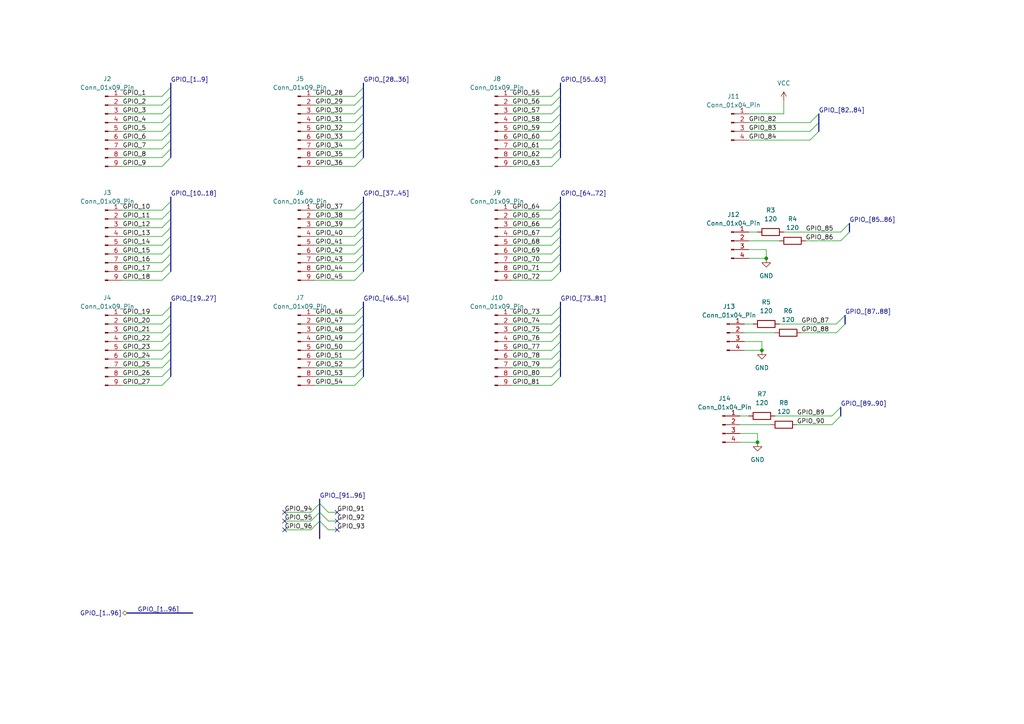
<source format=kicad_sch>
(kicad_sch (version 20231120) (generator "eeschema") (generator_version "8.0")
  (paper "A4")
  (lib_symbols
    (symbol "Connector:Conn_01x04_Pin" (pin_names (offset 1.016) hide)
      (property "Reference" "J" (at 0 5.08 0))
      (property "Value" "Conn_01x04_Pin" (at 0 -7.62 0))
      (symbol "Conn_01x04_Pin_1_1"
        (polyline (pts (xy 1.27 -5.08) (xy 0.8636 -5.08)) (stroke (width 0.1524)))
        (polyline (pts (xy 1.27 -2.54) (xy 0.8636 -2.54)) (stroke (width 0.1524)))
        (polyline (pts (xy 1.27 0) (xy 0.8636 0)) (stroke (width 0.1524)))
        (polyline (pts (xy 1.27 2.54) (xy 0.8636 2.54)) (stroke (width 0.1524)))
        (rectangle (start 0.8636 -4.953) (end 0 -5.207) (stroke (width 0.1524)) (fill (type outline)))
        (rectangle (start 0.8636 -2.413) (end 0 -2.667) (stroke (width 0.1524)) (fill (type outline)))
        (rectangle (start 0.8636 0.127) (end 0 -0.127) (stroke (width 0.1524)) (fill (type outline)))
        (rectangle (start 0.8636 2.667) (end 0 2.413) (stroke (width 0.1524)) (fill (type outline)))
        (pin passive line (at 5.08 2.54 180) (length 3.81) (name "Pin_1") (number "1"))
        (pin passive line (at 5.08 0 180) (length 3.81) (name "Pin_2") (number "2"))
        (pin passive line (at 5.08 -2.54 180) (length 3.81) (name "Pin_3") (number "3"))
        (pin passive line (at 5.08 -5.08 180) (length 3.81) (name "Pin_4") (number "4"))
      )
    )
    (symbol "Connector:Conn_01x09_Pin" (pin_names (offset 1.016) hide)
      (property "Reference" "J" (at 0 12.7 0))
      (property "Value" "Conn_01x09_Pin" (at 0 -12.7 0))
      (symbol "Conn_01x09_Pin_1_1"
        (polyline (pts (xy 1.27 -10.16) (xy 0.8636 -10.16)) (stroke (width 0.1524)))
        (polyline (pts (xy 1.27 -7.62) (xy 0.8636 -7.62)) (stroke (width 0.1524)))
        (polyline (pts (xy 1.27 -5.08) (xy 0.8636 -5.08)) (stroke (width 0.1524)))
        (polyline (pts (xy 1.27 -2.54) (xy 0.8636 -2.54)) (stroke (width 0.1524)))
        (polyline (pts (xy 1.27 0) (xy 0.8636 0)) (stroke (width 0.1524)))
        (polyline (pts (xy 1.27 2.54) (xy 0.8636 2.54)) (stroke (width 0.1524)))
        (polyline (pts (xy 1.27 5.08) (xy 0.8636 5.08)) (stroke (width 0.1524)))
        (polyline (pts (xy 1.27 7.62) (xy 0.8636 7.62)) (stroke (width 0.1524)))
        (polyline (pts (xy 1.27 10.16) (xy 0.8636 10.16)) (stroke (width 0.1524)))
        (rectangle (start 0.8636 -10.033) (end 0 -10.287) (stroke (width 0.1524)) (fill (type outline)))
        (rectangle (start 0.8636 -7.493) (end 0 -7.747) (stroke (width 0.1524)) (fill (type outline)))
        (rectangle (start 0.8636 -4.953) (end 0 -5.207) (stroke (width 0.1524)) (fill (type outline)))
        (rectangle (start 0.8636 -2.413) (end 0 -2.667) (stroke (width 0.1524)) (fill (type outline)))
        (rectangle (start 0.8636 0.127) (end 0 -0.127) (stroke (width 0.1524)) (fill (type outline)))
        (rectangle (start 0.8636 2.667) (end 0 2.413) (stroke (width 0.1524)) (fill (type outline)))
        (rectangle (start 0.8636 5.207) (end 0 4.953) (stroke (width 0.1524)) (fill (type outline)))
        (rectangle (start 0.8636 7.747) (end 0 7.493) (stroke (width 0.1524)) (fill (type outline)))
        (rectangle (start 0.8636 10.287) (end 0 10.033) (stroke (width 0.1524)) (fill (type outline)))
        (pin passive line (at 5.08 10.16 180) (length 3.81) (name "Pin_1") (number "1"))
        (pin passive line (at 5.08 7.62 180) (length 3.81) (name "Pin_2") (number "2"))
        (pin passive line (at 5.08 5.08 180) (length 3.81) (name "Pin_3") (number "3"))
        (pin passive line (at 5.08 2.54 180) (length 3.81) (name "Pin_4") (number "4"))
        (pin passive line (at 5.08 0 180) (length 3.81) (name "Pin_5") (number "5"))
        (pin passive line (at 5.08 -2.54 180) (length 3.81) (name "Pin_6") (number "6"))
        (pin passive line (at 5.08 -5.08 180) (length 3.81) (name "Pin_7") (number "7"))
        (pin passive line (at 5.08 -7.62 180) (length 3.81) (name "Pin_8") (number "8"))
        (pin passive line (at 5.08 -10.16 180) (length 3.81) (name "Pin_9") (number "9"))
      )
    )
    (symbol "Device:R" (pin_numbers hide) (pin_names (offset 0))
      (property "Reference" "R" (at 2.032 0 90))
      (property "Value" "R" (at 0 0 90))
      (symbol "R_0_1"
        (rectangle (start -1.016 -2.54) (end 1.016 2.54) (stroke (width 0.254)))
      )
      (symbol "R_1_1"
        (pin passive line (at 0 3.81 270) (length 1.27) (name "~") (number "1"))
        (pin passive line (at 0 -3.81 90) (length 1.27) (name "~") (number "2"))
      )
    )
    (symbol "power:GND" (power) (pin_numbers hide) (pin_names (offset 0) hide)
      (property "Value" "GND" (at 0 -3.81 0))
      (symbol "GND_0_1"
        (polyline (pts (xy 0 0) (xy 0 -1.27) (xy 1.27 -1.27) (xy 0 -2.54) (xy -1.27 -1.27) (xy 0 -1.27)))
      )
      (symbol "GND_1_1"
        (pin power_in line (at 0 0 270) (length 0) (name "~") (number "1"))
      )
    )
    (symbol "power:VCC" (power) (pin_numbers hide) (pin_names (offset 0) hide)
      (property "Value" "VCC" (at 0 3.556 0))
      (symbol "VCC_0_1"
        (polyline (pts (xy -0.762 1.27) (xy 0 2.54)))
        (polyline (pts (xy 0 0) (xy 0 2.54)))
        (polyline (pts (xy 0 2.54) (xy 0.762 1.27)))
      )
      (symbol "VCC_1_1"
        (pin power_in line (at 0 0 90) (length 0) (name "~") (number "1"))
      )
    )
  )
  (junction (at 220.98 101.6))
  (junction (at 222.25 74.93))
  (junction (at 219.71 128.27))
  (no_connect (at 97.79 153.67))
  (no_connect (at 82.55 153.67))
  (no_connect (at 97.79 151.13))
  (no_connect (at 82.55 151.13))
  (no_connect (at 97.79 148.59))
  (no_connect (at 82.55 148.59))
  (bus_entry (at 105.41 35.56) (size -2.54 2.54))
  (bus_entry (at 162.56 30.48) (size -2.54 2.54))
  (bus_entry (at 92.71 151.13) (size 2.54 2.54))
  (bus_entry (at 49.53 63.5) (size -2.54 2.54))
  (bus_entry (at 105.41 66.04) (size -2.54 2.54))
  (bus_entry (at 49.53 40.64) (size -2.54 2.54))
  (bus_entry (at 105.41 68.58) (size -2.54 2.54))
  (bus_entry (at 162.56 106.68) (size -2.54 2.54))
  (bus_entry (at 49.53 73.66) (size -2.54 2.54))
  (bus_entry (at 245.11 93.98) (size -2.54 2.54))
  (bus_entry (at 49.53 71.12) (size -2.54 2.54))
  (bus_entry (at 245.11 91.44) (size -2.54 2.54))
  (bus_entry (at 49.53 45.72) (size -2.54 2.54))
  (bus_entry (at 49.53 58.42) (size -2.54 2.54))
  (bus_entry (at 49.53 60.96) (size -2.54 2.54))
  (bus_entry (at 246.38 67.31) (size -2.54 2.54))
  (bus_entry (at 105.41 45.72) (size -2.54 2.54))
  (bus_entry (at 105.41 76.2) (size -2.54 2.54))
  (bus_entry (at 162.56 38.1) (size -2.54 2.54))
  (bus_entry (at 49.53 27.94) (size -2.54 2.54))
  (bus_entry (at 162.56 66.04) (size -2.54 2.54))
  (bus_entry (at 105.41 73.66) (size -2.54 2.54))
  (bus_entry (at 162.56 27.94) (size -2.54 2.54))
  (bus_entry (at 162.56 25.4) (size -2.54 2.54))
  (bus_entry (at 105.41 43.18) (size -2.54 2.54))
  (bus_entry (at 49.53 106.68) (size -2.54 2.54))
  (bus_entry (at 162.56 99.06) (size -2.54 2.54))
  (bus_entry (at 49.53 96.52) (size -2.54 2.54))
  (bus_entry (at 92.71 148.59) (size 2.54 2.54))
  (bus_entry (at 105.41 93.98) (size -2.54 2.54))
  (bus_entry (at 162.56 93.98) (size -2.54 2.54))
  (bus_entry (at 49.53 35.56) (size -2.54 2.54))
  (bus_entry (at 162.56 63.5) (size -2.54 2.54))
  (bus_entry (at 162.56 68.58) (size -2.54 2.54))
  (bus_entry (at 162.56 33.02) (size -2.54 2.54))
  (bus_entry (at 105.41 60.96) (size -2.54 2.54))
  (bus_entry (at 162.56 96.52) (size -2.54 2.54))
  (bus_entry (at 162.56 35.56) (size -2.54 2.54))
  (bus_entry (at 49.53 76.2) (size -2.54 2.54))
  (bus_entry (at 105.41 101.6) (size -2.54 2.54))
  (bus_entry (at 162.56 71.12) (size -2.54 2.54))
  (bus_entry (at 105.41 109.22) (size -2.54 2.54))
  (bus_entry (at 92.71 151.13) (size -2.54 2.54))
  (bus_entry (at 105.41 63.5) (size -2.54 2.54))
  (bus_entry (at 49.53 104.14) (size -2.54 2.54))
  (bus_entry (at 49.53 68.58) (size -2.54 2.54))
  (bus_entry (at 105.41 78.74) (size -2.54 2.54))
  (bus_entry (at 162.56 104.14) (size -2.54 2.54))
  (bus_entry (at 162.56 43.18) (size -2.54 2.54))
  (bus_entry (at 105.41 91.44) (size -2.54 2.54))
  (bus_entry (at 243.84 118.11) (size -2.54 2.54))
  (bus_entry (at 105.41 33.02) (size -2.54 2.54))
  (bus_entry (at 162.56 101.6) (size -2.54 2.54))
  (bus_entry (at 105.41 71.12) (size -2.54 2.54))
  (bus_entry (at 105.41 106.68) (size -2.54 2.54))
  (bus_entry (at 49.53 99.06) (size -2.54 2.54))
  (bus_entry (at 162.56 58.42) (size -2.54 2.54))
  (bus_entry (at 105.41 27.94) (size -2.54 2.54))
  (bus_entry (at 162.56 45.72) (size -2.54 2.54))
  (bus_entry (at 105.41 25.4) (size -2.54 2.54))
  (bus_entry (at 105.41 58.42) (size -2.54 2.54))
  (bus_entry (at 162.56 73.66) (size -2.54 2.54))
  (bus_entry (at 162.56 88.9) (size -2.54 2.54))
  (bus_entry (at 49.53 93.98) (size -2.54 2.54))
  (bus_entry (at 49.53 78.74) (size -2.54 2.54))
  (bus_entry (at 105.41 40.64) (size -2.54 2.54))
  (bus_entry (at 162.56 91.44) (size -2.54 2.54))
  (bus_entry (at 49.53 109.22) (size -2.54 2.54))
  (bus_entry (at 49.53 30.48) (size -2.54 2.54))
  (bus_entry (at 92.71 146.05) (size 2.54 2.54))
  (bus_entry (at 237.49 33.02) (size -2.54 2.54))
  (bus_entry (at 162.56 76.2) (size -2.54 2.54))
  (bus_entry (at 105.41 96.52) (size -2.54 2.54))
  (bus_entry (at 162.56 109.22) (size -2.54 2.54))
  (bus_entry (at 92.71 146.05) (size -2.54 2.54))
  (bus_entry (at 237.49 38.1) (size -2.54 2.54))
  (bus_entry (at 105.41 30.48) (size -2.54 2.54))
  (bus_entry (at 237.49 35.56) (size -2.54 2.54))
  (bus_entry (at 105.41 99.06) (size -2.54 2.54))
  (bus_entry (at 49.53 91.44) (size -2.54 2.54))
  (bus_entry (at 49.53 43.18) (size -2.54 2.54))
  (bus_entry (at 49.53 33.02) (size -2.54 2.54))
  (bus_entry (at 243.84 120.65) (size -2.54 2.54))
  (bus_entry (at 162.56 78.74) (size -2.54 2.54))
  (bus_entry (at 162.56 60.96) (size -2.54 2.54))
  (bus_entry (at 105.41 38.1) (size -2.54 2.54))
  (bus_entry (at 49.53 66.04) (size -2.54 2.54))
  (bus_entry (at 162.56 40.64) (size -2.54 2.54))
  (bus_entry (at 49.53 101.6) (size -2.54 2.54))
  (bus_entry (at 105.41 88.9) (size -2.54 2.54))
  (bus_entry (at 246.38 64.77) (size -2.54 2.54))
  (bus_entry (at 92.71 148.59) (size -2.54 2.54))
  (bus_entry (at 49.53 88.9) (size -2.54 2.54))
  (bus_entry (at 105.41 104.14) (size -2.54 2.54))
  (bus_entry (at 49.53 25.4) (size -2.54 2.54))
  (bus_entry (at 49.53 38.1) (size -2.54 2.54))
  (wire (pts (xy 91.44 38.1) (xy 102.87 38.1)))
  (bus (pts (xy 105.41 60.96) (xy 105.41 63.5)))
  (bus (pts (xy 49.53 58.42) (xy 49.53 60.96)))
  (bus (pts (xy 105.41 63.5) (xy 105.41 66.04)))
  (wire (pts (xy 220.98 101.6) (xy 220.98 99.06)))
  (bus (pts (xy 162.56 71.12) (xy 162.56 73.66)))
  (bus (pts (xy 162.56 76.2) (xy 162.56 78.74)))
  (bus (pts (xy 49.53 73.66) (xy 49.53 76.2)))
  (bus (pts (xy 162.56 88.9) (xy 162.56 91.44)))
  (wire (pts (xy 91.44 93.98) (xy 102.87 93.98)))
  (wire (pts (xy 35.56 45.72) (xy 46.99 45.72)))
  (wire (pts (xy 91.44 76.2) (xy 102.87 76.2)))
  (bus (pts (xy 162.56 27.94) (xy 162.56 30.48)))
  (bus (pts (xy 162.56 43.18) (xy 162.56 45.72)))
  (wire (pts (xy 35.56 63.5) (xy 46.99 63.5)))
  (wire (pts (xy 35.56 40.64) (xy 46.99 40.64)))
  (bus (pts (xy 105.41 71.12) (xy 105.41 73.66)))
  (wire (pts (xy 148.59 106.68) (xy 160.02 106.68)))
  (bus (pts (xy 105.41 68.58) (xy 105.41 71.12)))
  (wire (pts (xy 91.44 35.56) (xy 102.87 35.56)))
  (bus (pts (xy 237.49 35.56) (xy 237.49 38.1)))
  (bus (pts (xy 49.53 106.68) (xy 49.53 109.22)))
  (wire (pts (xy 217.17 67.31) (xy 219.71 67.31)))
  (wire (pts (xy 95.25 153.67) (xy 97.79 153.67)))
  (wire (pts (xy 91.44 30.48) (xy 102.87 30.48)))
  (wire (pts (xy 148.59 27.94) (xy 160.02 27.94)))
  (wire (pts (xy 148.59 96.52) (xy 160.02 96.52)))
  (wire (pts (xy 148.59 76.2) (xy 160.02 76.2)))
  (bus (pts (xy 49.53 91.44) (xy 49.53 93.98)))
  (bus (pts (xy 162.56 57.15) (xy 162.56 58.42)))
  (bus (pts (xy 49.53 66.04) (xy 49.53 68.58)))
  (wire (pts (xy 148.59 68.58) (xy 160.02 68.58)))
  (bus (pts (xy 105.41 99.06) (xy 105.41 101.6)))
  (bus (pts (xy 162.56 60.96) (xy 162.56 63.5)))
  (wire (pts (xy 91.44 96.52) (xy 102.87 96.52)))
  (bus (pts (xy 49.53 101.6) (xy 49.53 104.14)))
  (wire (pts (xy 91.44 111.76) (xy 102.87 111.76)))
  (wire (pts (xy 214.63 123.19) (xy 223.52 123.19)))
  (bus (pts (xy 162.56 40.64) (xy 162.56 43.18)))
  (bus (pts (xy 49.53 27.94) (xy 49.53 30.48)))
  (wire (pts (xy 91.44 48.26) (xy 102.87 48.26)))
  (wire (pts (xy 217.17 74.93) (xy 222.25 74.93)))
  (wire (pts (xy 148.59 81.28) (xy 160.02 81.28)))
  (bus (pts (xy 243.84 118.11) (xy 243.84 120.65)))
  (wire (pts (xy 82.55 148.59) (xy 90.17 148.59)))
  (bus (pts (xy 105.41 27.94) (xy 105.41 30.48)))
  (wire (pts (xy 82.55 151.13) (xy 90.17 151.13)))
  (bus (pts (xy 105.41 91.44) (xy 105.41 93.98)))
  (wire (pts (xy 35.56 73.66) (xy 46.99 73.66)))
  (bus (pts (xy 49.53 30.48) (xy 49.53 33.02)))
  (bus (pts (xy 162.56 106.68) (xy 162.56 109.22)))
  (wire (pts (xy 91.44 27.94) (xy 102.87 27.94)))
  (bus (pts (xy 49.53 76.2) (xy 49.53 78.74)))
  (wire (pts (xy 224.79 120.65) (xy 241.3 120.65)))
  (bus (pts (xy 105.41 87.63) (xy 105.41 88.9)))
  (bus (pts (xy 36.83 177.8) (xy 55.88 177.8)))
  (wire (pts (xy 35.56 109.22) (xy 46.99 109.22)))
  (wire (pts (xy 219.71 128.27) (xy 219.71 125.73)))
  (wire (pts (xy 148.59 66.04) (xy 160.02 66.04)))
  (bus (pts (xy 105.41 73.66) (xy 105.41 76.2)))
  (wire (pts (xy 220.98 99.06) (xy 215.9 99.06)))
  (bus (pts (xy 105.41 38.1) (xy 105.41 40.64)))
  (bus (pts (xy 49.53 68.58) (xy 49.53 71.12)))
  (bus (pts (xy 162.56 33.02) (xy 162.56 35.56)))
  (wire (pts (xy 148.59 73.66) (xy 160.02 73.66)))
  (wire (pts (xy 148.59 45.72) (xy 160.02 45.72)))
  (wire (pts (xy 148.59 33.02) (xy 160.02 33.02)))
  (wire (pts (xy 35.56 99.06) (xy 46.99 99.06)))
  (bus (pts (xy 49.53 99.06) (xy 49.53 101.6)))
  (bus (pts (xy 49.53 96.52) (xy 49.53 99.06)))
  (bus (pts (xy 49.53 43.18) (xy 49.53 45.72)))
  (wire (pts (xy 35.56 76.2) (xy 46.99 76.2)))
  (wire (pts (xy 148.59 48.26) (xy 160.02 48.26)))
  (wire (pts (xy 35.56 27.94) (xy 46.99 27.94)))
  (bus (pts (xy 105.41 66.04) (xy 105.41 68.58)))
  (bus (pts (xy 105.41 58.42) (xy 105.41 60.96)))
  (wire (pts (xy 95.25 148.59) (xy 97.79 148.59)))
  (bus (pts (xy 237.49 33.02) (xy 237.49 35.56)))
  (bus (pts (xy 162.56 58.42) (xy 162.56 60.96)))
  (bus (pts (xy 162.56 38.1) (xy 162.56 40.64)))
  (wire (pts (xy 148.59 93.98) (xy 160.02 93.98)))
  (bus (pts (xy 92.71 151.13) (xy 92.71 156.21)))
  (bus (pts (xy 162.56 73.66) (xy 162.56 76.2)))
  (wire (pts (xy 148.59 43.18) (xy 160.02 43.18)))
  (wire (pts (xy 35.56 111.76) (xy 46.99 111.76)))
  (wire (pts (xy 148.59 71.12) (xy 160.02 71.12)))
  (wire (pts (xy 148.59 63.5) (xy 160.02 63.5)))
  (bus (pts (xy 105.41 30.48) (xy 105.41 33.02)))
  (bus (pts (xy 49.53 33.02) (xy 49.53 35.56)))
  (wire (pts (xy 35.56 78.74) (xy 46.99 78.74)))
  (wire (pts (xy 35.56 68.58) (xy 46.99 68.58)))
  (bus (pts (xy 49.53 104.14) (xy 49.53 106.68)))
  (bus (pts (xy 162.56 91.44) (xy 162.56 93.98)))
  (wire (pts (xy 148.59 111.76) (xy 160.02 111.76)))
  (bus (pts (xy 105.41 88.9) (xy 105.41 91.44)))
  (bus (pts (xy 246.38 64.77) (xy 246.38 67.31)))
  (wire (pts (xy 35.56 106.68) (xy 46.99 106.68)))
  (bus (pts (xy 49.53 25.4) (xy 49.53 27.94)))
  (wire (pts (xy 91.44 68.58) (xy 102.87 68.58)))
  (wire (pts (xy 215.9 96.52) (xy 224.79 96.52)))
  (wire (pts (xy 215.9 101.6) (xy 220.98 101.6)))
  (wire (pts (xy 148.59 104.14) (xy 160.02 104.14)))
  (bus (pts (xy 162.56 87.63) (xy 162.56 88.9)))
  (bus (pts (xy 49.53 87.63) (xy 49.53 88.9)))
  (bus (pts (xy 49.53 63.5) (xy 49.53 66.04)))
  (wire (pts (xy 148.59 40.64) (xy 160.02 40.64)))
  (bus (pts (xy 245.11 91.44) (xy 245.11 93.98)))
  (wire (pts (xy 35.56 33.02) (xy 46.99 33.02)))
  (wire (pts (xy 215.9 93.98) (xy 218.44 93.98)))
  (bus (pts (xy 162.56 25.4) (xy 162.56 27.94)))
  (wire (pts (xy 35.56 35.56) (xy 46.99 35.56)))
  (wire (pts (xy 214.63 120.65) (xy 217.17 120.65)))
  (bus (pts (xy 105.41 76.2) (xy 105.41 78.74)))
  (wire (pts (xy 227.33 33.02) (xy 217.17 33.02)))
  (wire (pts (xy 148.59 30.48) (xy 160.02 30.48)))
  (wire (pts (xy 91.44 106.68) (xy 102.87 106.68)))
  (wire (pts (xy 35.56 101.6) (xy 46.99 101.6)))
  (bus (pts (xy 105.41 106.68) (xy 105.41 109.22)))
  (bus (pts (xy 49.53 88.9) (xy 49.53 91.44)))
  (bus (pts (xy 105.41 57.15) (xy 105.41 58.42)))
  (wire (pts (xy 148.59 101.6) (xy 160.02 101.6)))
  (wire (pts (xy 35.56 43.18) (xy 46.99 43.18)))
  (wire (pts (xy 91.44 66.04) (xy 102.87 66.04)))
  (bus (pts (xy 162.56 96.52) (xy 162.56 99.06)))
  (bus (pts (xy 49.53 35.56) (xy 49.53 38.1)))
  (wire (pts (xy 35.56 91.44) (xy 46.99 91.44)))
  (wire (pts (xy 148.59 109.22) (xy 160.02 109.22)))
  (bus (pts (xy 105.41 24.13) (xy 105.41 25.4)))
  (bus (pts (xy 162.56 101.6) (xy 162.56 104.14)))
  (wire (pts (xy 91.44 71.12) (xy 102.87 71.12)))
  (wire (pts (xy 219.71 125.73) (xy 214.63 125.73)))
  (bus (pts (xy 105.41 25.4) (xy 105.41 27.94)))
  (bus (pts (xy 49.53 93.98) (xy 49.53 96.52)))
  (wire (pts (xy 148.59 38.1) (xy 160.02 38.1)))
  (wire (pts (xy 91.44 81.28) (xy 102.87 81.28)))
  (wire (pts (xy 91.44 45.72) (xy 102.87 45.72)))
  (wire (pts (xy 35.56 66.04) (xy 46.99 66.04)))
  (wire (pts (xy 217.17 69.85) (xy 226.06 69.85)))
  (bus (pts (xy 49.53 24.13) (xy 49.53 25.4)))
  (wire (pts (xy 91.44 43.18) (xy 102.87 43.18)))
  (wire (pts (xy 148.59 91.44) (xy 160.02 91.44)))
  (wire (pts (xy 35.56 30.48) (xy 46.99 30.48)))
  (bus (pts (xy 92.71 146.05) (xy 92.71 148.59)))
  (wire (pts (xy 231.14 123.19) (xy 241.3 123.19)))
  (wire (pts (xy 95.25 151.13) (xy 97.79 151.13)))
  (wire (pts (xy 217.17 38.1) (xy 234.95 38.1)))
  (wire (pts (xy 233.68 69.85) (xy 243.84 69.85)))
  (wire (pts (xy 232.41 96.52) (xy 242.57 96.52)))
  (wire (pts (xy 91.44 73.66) (xy 102.87 73.66)))
  (bus (pts (xy 162.56 93.98) (xy 162.56 96.52)))
  (bus (pts (xy 105.41 104.14) (xy 105.41 106.68)))
  (wire (pts (xy 91.44 63.5) (xy 102.87 63.5)))
  (bus (pts (xy 105.41 33.02) (xy 105.41 35.56)))
  (wire (pts (xy 91.44 40.64) (xy 102.87 40.64)))
  (wire (pts (xy 222.25 72.39) (xy 217.17 72.39)))
  (wire (pts (xy 222.25 74.93) (xy 222.25 72.39)))
  (wire (pts (xy 148.59 60.96) (xy 160.02 60.96)))
  (bus (pts (xy 162.56 66.04) (xy 162.56 68.58)))
  (wire (pts (xy 217.17 40.64) (xy 234.95 40.64)))
  (bus (pts (xy 162.56 99.06) (xy 162.56 101.6)))
  (wire (pts (xy 227.33 67.31) (xy 243.84 67.31)))
  (wire (pts (xy 91.44 91.44) (xy 102.87 91.44)))
  (wire (pts (xy 91.44 101.6) (xy 102.87 101.6)))
  (wire (pts (xy 91.44 104.14) (xy 102.87 104.14)))
  (bus (pts (xy 162.56 35.56) (xy 162.56 38.1)))
  (wire (pts (xy 35.56 96.52) (xy 46.99 96.52)))
  (wire (pts (xy 35.56 38.1) (xy 46.99 38.1)))
  (bus (pts (xy 162.56 30.48) (xy 162.56 33.02)))
  (bus (pts (xy 105.41 96.52) (xy 105.41 99.06)))
  (bus (pts (xy 49.53 60.96) (xy 49.53 63.5)))
  (wire (pts (xy 35.56 104.14) (xy 46.99 104.14)))
  (wire (pts (xy 35.56 60.96) (xy 46.99 60.96)))
  (bus (pts (xy 162.56 63.5) (xy 162.56 66.04)))
  (bus (pts (xy 105.41 35.56) (xy 105.41 38.1)))
  (wire (pts (xy 91.44 99.06) (xy 102.87 99.06)))
  (bus (pts (xy 162.56 24.13) (xy 162.56 25.4)))
  (wire (pts (xy 91.44 109.22) (xy 102.87 109.22)))
  (bus (pts (xy 162.56 104.14) (xy 162.56 106.68)))
  (bus (pts (xy 162.56 68.58) (xy 162.56 71.12)))
  (bus (pts (xy 105.41 43.18) (xy 105.41 45.72)))
  (wire (pts (xy 35.56 93.98) (xy 46.99 93.98)))
  (bus (pts (xy 92.71 144.78) (xy 92.71 146.05)))
  (bus (pts (xy 49.53 40.64) (xy 49.53 43.18)))
  (bus (pts (xy 92.71 148.59) (xy 92.71 151.13)))
  (wire (pts (xy 217.17 35.56) (xy 234.95 35.56)))
  (bus (pts (xy 105.41 101.6) (xy 105.41 104.14)))
  (wire (pts (xy 91.44 78.74) (xy 102.87 78.74)))
  (bus (pts (xy 105.41 93.98) (xy 105.41 96.52)))
  (wire (pts (xy 35.56 81.28) (xy 46.99 81.28)))
  (bus (pts (xy 49.53 38.1) (xy 49.53 40.64)))
  (wire (pts (xy 148.59 78.74) (xy 160.02 78.74)))
  (bus (pts (xy 105.41 40.64) (xy 105.41 43.18)))
  (wire (pts (xy 91.44 33.02) (xy 102.87 33.02)))
  (wire (pts (xy 227.33 29.21) (xy 227.33 33.02)))
  (wire (pts (xy 214.63 128.27) (xy 219.71 128.27)))
  (wire (pts (xy 148.59 35.56) (xy 160.02 35.56)))
  (wire (pts (xy 82.55 153.67) (xy 90.17 153.67)))
  (wire (pts (xy 35.56 48.26) (xy 46.99 48.26)))
  (wire (pts (xy 91.44 60.96) (xy 102.87 60.96)))
  (bus (pts (xy 49.53 71.12) (xy 49.53 73.66)))
  (wire (pts (xy 35.56 71.12) (xy 46.99 71.12)))
  (bus (pts (xy 49.53 57.15) (xy 49.53 58.42)))
  (wire (pts (xy 226.06 93.98) (xy 242.57 93.98)))
  (wire (pts (xy 148.59 99.06) (xy 160.02 99.06)))
  (label "GPIO_15" (at 35.56 73.66 0))
  (label "GPIO_16" (at 35.56 76.2 0))
  (label "GPIO_8" (at 35.56 45.72 0))
  (label "GPIO_87" (at 232.41 93.98 0))
  (label "GPIO_78" (at 148.59 104.14 0))
  (label "GPIO_[10..18]" (at 49.53 57.15 0))
  (label "GPIO_17" (at 35.56 78.74 0))
  (label "GPIO_28" (at 91.44 27.94 0))
  (label "GPIO_4" (at 35.56 35.56 0))
  (label "GPIO_52" (at 91.44 106.68 0))
  (label "GPIO_[64..72]" (at 162.56 57.15 0))
  (label "GPIO_40" (at 91.44 68.58 0))
  (label "GPIO_88" (at 232.41 96.52 0))
  (label "GPIO_13" (at 35.56 68.58 0))
  (label "GPIO_20" (at 35.56 93.98 0))
  (label "GPIO_43" (at 91.44 76.2 0))
  (label "GPIO_61" (at 148.59 43.18 0))
  (label "GPIO_34" (at 91.44 43.18 0))
  (label "GPIO_83" (at 217.17 38.1 0))
  (label "GPIO_[85..86]" (at 246.38 64.77 0))
  (label "GPIO_18" (at 35.56 81.28 0))
  (label "GPIO_48" (at 91.44 96.52 0))
  (label "GPIO_[91..96]" (at 92.71 144.78 0))
  (label "GPIO_29" (at 91.44 30.48 0))
  (label "GPIO_[89..90]" (at 243.84 118.11 0))
  (label "GPIO_47" (at 91.44 93.98 0))
  (label "GPIO_91" (at 97.79 148.59 0))
  (label "GPIO_33" (at 91.44 40.64 0))
  (label "GPIO_[28..36]" (at 105.41 24.13 0))
  (label "GPIO_67" (at 148.59 68.58 0))
  (label "GPIO_[55..63]" (at 162.56 24.13 0))
  (label "GPIO_35" (at 91.44 45.72 0))
  (label "GPIO_10" (at 35.56 60.96 0))
  (label "GPIO_57" (at 148.59 33.02 0))
  (label "GPIO_12" (at 35.56 66.04 0))
  (label "GPIO_[73..81]" (at 162.56 87.63 0))
  (label "GPIO_93" (at 97.79 153.67 0))
  (label "GPIO_25" (at 35.56 106.68 0))
  (label "GPIO_[82..84]" (at 237.49 33.02 0))
  (label "GPIO_74" (at 148.59 93.98 0))
  (label "GPIO_86" (at 233.68 69.85 0))
  (label "GPIO_55" (at 148.59 27.94 0))
  (label "GPIO_94" (at 82.55 148.59 0))
  (label "GPIO_39" (at 91.44 66.04 0))
  (label "GPIO_77" (at 148.59 101.6 0))
  (label "GPIO_[37..45]" (at 105.41 57.15 0))
  (label "GPIO_66" (at 148.59 66.04 0))
  (label "GPIO_82" (at 217.17 35.56 0))
  (label "GPIO_60" (at 148.59 40.64 0))
  (label "GPIO_9" (at 35.56 48.26 0))
  (label "GPIO_45" (at 91.44 81.28 0))
  (label "GPIO_96" (at 82.55 153.67 0))
  (label "GPIO_65" (at 148.59 63.5 0))
  (label "GPIO_70" (at 148.59 76.2 0))
  (label "GPIO_[1..96]" (at 52.07 177.8 180))
  (label "GPIO_[1..9]" (at 49.53 24.13 0))
  (label "GPIO_41" (at 91.44 71.12 0))
  (label "GPIO_50" (at 91.44 101.6 0))
  (label "GPIO_42" (at 91.44 73.66 0))
  (label "GPIO_23" (at 35.56 101.6 0))
  (label "GPIO_53" (at 91.44 109.22 0))
  (label "GPIO_68" (at 148.59 71.12 0))
  (label "GPIO_24" (at 35.56 104.14 0))
  (label "GPIO_44" (at 91.44 78.74 0))
  (label "GPIO_92" (at 97.79 151.13 0))
  (label "GPIO_[46..54]" (at 105.41 87.63 0))
  (label "GPIO_64" (at 148.59 60.96 0))
  (label "GPIO_59" (at 148.59 38.1 0))
  (label "GPIO_79" (at 148.59 106.68 0))
  (label "GPIO_2" (at 35.56 30.48 0))
  (label "GPIO_32" (at 91.44 38.1 0))
  (label "GPIO_76" (at 148.59 99.06 0))
  (label "GPIO_62" (at 148.59 45.72 0))
  (label "GPIO_[19..27]" (at 49.53 87.63 0))
  (label "GPIO_69" (at 148.59 73.66 0))
  (label "GPIO_3" (at 35.56 33.02 0))
  (label "GPIO_75" (at 148.59 96.52 0))
  (label "GPIO_63" (at 148.59 48.26 0))
  (label "GPIO_31" (at 91.44 35.56 0))
  (label "GPIO_7" (at 35.56 43.18 0))
  (label "GPIO_56" (at 148.59 30.48 0))
  (label "GPIO_5" (at 35.56 38.1 0))
  (label "GPIO_51" (at 91.44 104.14 0))
  (label "GPIO_58" (at 148.59 35.56 0))
  (label "GPIO_11" (at 35.56 63.5 0))
  (label "GPIO_26" (at 35.56 109.22 0))
  (label "GPIO_27" (at 35.56 111.76 0))
  (label "GPIO_46" (at 91.44 91.44 0))
  (label "GPIO_84" (at 217.17 40.64 0))
  (label "GPIO_36" (at 91.44 48.26 0))
  (label "GPIO_71" (at 148.59 78.74 0))
  (label "GPIO_14" (at 35.56 71.12 0))
  (label "GPIO_54" (at 91.44 111.76 0))
  (label "GPIO_6" (at 35.56 40.64 0))
  (label "GPIO_38" (at 91.44 63.5 0))
  (label "GPIO_37" (at 91.44 60.96 0))
  (label "GPIO_30" (at 91.44 33.02 0))
  (label "GPIO_22" (at 35.56 99.06 0))
  (label "GPIO_1" (at 35.56 27.94 0))
  (label "GPIO_90" (at 231.14 123.19 0))
  (label "GPIO_[87..88]" (at 245.11 91.44 0))
  (label "GPIO_81" (at 148.59 111.76 0))
  (label "GPIO_85" (at 233.68 67.31 0))
  (label "GPIO_89" (at 231.14 120.65 0))
  (label "GPIO_73" (at 148.59 91.44 0))
  (label "GPIO_19" (at 35.56 91.44 0))
  (label "GPIO_21" (at 35.56 96.52 0))
  (label "GPIO_95" (at 82.55 151.13 0))
  (label "GPIO_80" (at 148.59 109.22 0))
  (label "GPIO_72" (at 148.59 81.28 0))
  (label "GPIO_49" (at 91.44 99.06 0))
  (hierarchical_label "GPIO_[1..96]" (shape bidirectional) (at 36.83 177.8 180))
  (symbol (lib_id "Device:R") (at 229.87 69.85 270) (unit 1)
    (property "Reference" "R4" (at 229.87 63.5 90))
    (property "Value" "120" (at 229.87 66.04 90))
    (property "Footprint" "Resistor_SMD:R_0603_1608Metric_Pad0.98x0.95mm_HandSolder" (effects (hide yes)))
    (property "Description" "Resistor" (effects (hide yes)))
  )
  (symbol (lib_id "Connector:Conn_01x04_Pin") (at 212.09 69.85 0) (unit 1)
    (property "Reference" "J12" (at 212.725 62.23 0))
    (property "Value" "Conn_01x04_Pin" (at 212.725 64.77 0))
    (property "Footprint" "Connector_JST:JST_XH_B4B-XH-A_1x04_P2.50mm_Vertical" (effects (hide yes)))
    (property "Description" "Generic connector, single row, 01x04, script generated" (effects (hide yes)))
  )
  (symbol (lib_id "Connector:Conn_01x09_Pin") (at 30.48 38.1 0) (unit 1)
    (property "Reference" "J2" (at 31.115 22.86 0))
    (property "Value" "Conn_01x09_Pin" (at 31.115 25.4 0))
    (property "Footprint" "Connector_JST:JST_XH_B9B-XH-A_1x09_P2.50mm_Vertical" (effects (hide yes)))
    (property "Description" "Generic connector, single row, 01x09, script generated" (effects (hide yes)))
  )
  (symbol (lib_id "Connector:Conn_01x04_Pin") (at 209.55 123.19 0) (unit 1)
    (property "Reference" "J14" (at 210.185 115.57 0))
    (property "Value" "Conn_01x04_Pin" (at 210.185 118.11 0))
    (property "Footprint" "Connector_JST:JST_XH_B4B-XH-A_1x04_P2.50mm_Vertical" (effects (hide yes)))
    (property "Description" "Generic connector, single row, 01x04, script generated" (effects (hide yes)))
  )
  (symbol (lib_id "Connector:Conn_01x09_Pin") (at 86.36 38.1 0) (unit 1)
    (property "Reference" "J5" (at 86.995 22.86 0))
    (property "Value" "Conn_01x09_Pin" (at 86.995 25.4 0))
    (property "Footprint" "Connector_JST:JST_XH_B9B-XH-A_1x09_P2.50mm_Vertical" (effects (hide yes)))
    (property "Description" "Generic connector, single row, 01x09, script generated" (effects (hide yes)))
  )
  (symbol (lib_id "Connector:Conn_01x09_Pin") (at 30.48 71.12 0) (unit 1)
    (property "Reference" "J3" (at 31.115 55.88 0))
    (property "Value" "Conn_01x09_Pin" (at 31.115 58.42 0))
    (property "Footprint" "Connector_JST:JST_XH_B9B-XH-A_1x09_P2.50mm_Vertical" (effects (hide yes)))
    (property "Description" "Generic connector, single row, 01x09, script generated" (effects (hide yes)))
  )
  (symbol (lib_id "Device:R") (at 227.33 123.19 270) (unit 1)
    (property "Reference" "R8" (at 227.33 116.84 90))
    (property "Value" "120" (at 227.33 119.38 90))
    (property "Footprint" "Resistor_SMD:R_0603_1608Metric_Pad0.98x0.95mm_HandSolder" (effects (hide yes)))
    (property "Description" "Resistor" (effects (hide yes)))
  )
  (symbol (lib_id "Device:R") (at 222.25 93.98 90) (unit 1)
    (property "Reference" "R5" (at 222.25 87.63 90))
    (property "Value" "120" (at 222.25 90.17 90))
    (property "Footprint" "Resistor_SMD:R_0603_1608Metric_Pad0.98x0.95mm_HandSolder" (effects (hide yes)))
    (property "Description" "Resistor" (effects (hide yes)))
  )
  (symbol (lib_id "Connector:Conn_01x09_Pin") (at 86.36 71.12 0) (unit 1)
    (property "Reference" "J6" (at 86.995 55.88 0))
    (property "Value" "Conn_01x09_Pin" (at 86.995 58.42 0))
    (property "Footprint" "Connector_JST:JST_XH_B9B-XH-A_1x09_P2.50mm_Vertical" (effects (hide yes)))
    (property "Description" "Generic connector, single row, 01x09, script generated" (effects (hide yes)))
  )
  (symbol (lib_id "Connector:Conn_01x09_Pin") (at 143.51 71.12 0) (unit 1)
    (property "Reference" "J9" (at 144.145 55.88 0))
    (property "Value" "Conn_01x09_Pin" (at 144.145 58.42 0))
    (property "Footprint" "Connector_JST:JST_XH_B9B-XH-A_1x09_P2.50mm_Vertical" (effects (hide yes)))
    (property "Description" "Generic connector, single row, 01x09, script generated" (effects (hide yes)))
  )
  (symbol (lib_id "Connector:Conn_01x09_Pin") (at 143.51 101.6 0) (unit 1)
    (property "Reference" "J10" (at 144.145 86.36 0))
    (property "Value" "Conn_01x09_Pin" (at 144.145 88.9 0))
    (property "Footprint" "Connector_JST:JST_XH_B9B-XH-A_1x09_P2.50mm_Vertical" (effects (hide yes)))
    (property "Description" "Generic connector, single row, 01x09, script generated" (effects (hide yes)))
  )
  (symbol (lib_id "Connector:Conn_01x09_Pin") (at 143.51 38.1 0) (unit 1)
    (property "Reference" "J8" (at 144.145 22.86 0))
    (property "Value" "Conn_01x09_Pin" (at 144.145 25.4 0))
    (property "Footprint" "Connector_JST:JST_XH_B9B-XH-A_1x09_P2.50mm_Vertical" (effects (hide yes)))
    (property "Description" "Generic connector, single row, 01x09, script generated" (effects (hide yes)))
  )
  (symbol (lib_id "power:VCC") (at 227.33 29.21 0) (unit 1)
    (property "Reference" "#PWR015" (effects (hide yes)))
    (property "Value" "VCC" (at 227.33 24.13 0))
    (property "Description" "Power symbol creates a global label with name \"VCC\"" (effects (hide yes)))
  )
  (symbol (lib_id "Connector:Conn_01x09_Pin") (at 86.36 101.6 0) (unit 1)
    (property "Reference" "J7" (at 86.995 86.36 0))
    (property "Value" "Conn_01x09_Pin" (at 86.995 88.9 0))
    (property "Footprint" "Connector_JST:JST_XH_B9B-XH-A_1x09_P2.50mm_Vertical" (effects (hide yes)))
    (property "Description" "Generic connector, single row, 01x09, script generated" (effects (hide yes)))
  )
  (symbol (lib_id "Connector:Conn_01x09_Pin") (at 30.48 101.6 0) (unit 1)
    (property "Reference" "J4" (at 31.115 86.36 0))
    (property "Value" "Conn_01x09_Pin" (at 31.115 88.9 0))
    (property "Footprint" "Connector_JST:JST_XH_B9B-XH-A_1x09_P2.50mm_Vertical" (effects (hide yes)))
    (property "Description" "Generic connector, single row, 01x09, script generated" (effects (hide yes)))
  )
  (symbol (lib_id "Device:R") (at 228.6 96.52 270) (unit 1)
    (property "Reference" "R6" (at 228.6 90.17 90))
    (property "Value" "120" (at 228.6 92.71 90))
    (property "Footprint" "Resistor_SMD:R_0603_1608Metric_Pad0.98x0.95mm_HandSolder" (effects (hide yes)))
    (property "Description" "Resistor" (effects (hide yes)))
  )
  (symbol (lib_id "Device:R") (at 220.98 120.65 90) (unit 1)
    (property "Reference" "R7" (at 220.98 114.3 90))
    (property "Value" "120" (at 220.98 116.84 90))
    (property "Footprint" "Resistor_SMD:R_0603_1608Metric_Pad0.98x0.95mm_HandSolder" (effects (hide yes)))
    (property "Description" "Resistor" (effects (hide yes)))
  )
  (symbol (lib_id "power:GND") (at 222.25 74.93 0) (unit 1)
    (property "Reference" "#PWR01" (effects (hide yes)))
    (property "Value" "GND" (at 222.25 80.01 0))
    (property "Description" "Power symbol creates a global label with name \"GND\" , ground" (effects (hide yes)))
  )
  (symbol (lib_id "Connector:Conn_01x04_Pin") (at 210.82 96.52 0) (unit 1)
    (property "Reference" "J13" (at 211.455 88.9 0))
    (property "Value" "Conn_01x04_Pin" (at 211.455 91.44 0))
    (property "Footprint" "Connector_JST:JST_XH_B4B-XH-A_1x04_P2.50mm_Vertical" (effects (hide yes)))
    (property "Description" "Generic connector, single row, 01x04, script generated" (effects (hide yes)))
  )
  (symbol (lib_id "Device:R") (at 223.52 67.31 90) (unit 1)
    (property "Reference" "R3" (at 223.52 60.96 90))
    (property "Value" "120" (at 223.52 63.5 90))
    (property "Footprint" "Resistor_SMD:R_0603_1608Metric_Pad0.98x0.95mm_HandSolder" (effects (hide yes)))
    (property "Description" "Resistor" (effects (hide yes)))
  )
  (symbol (lib_id "Connector:Conn_01x04_Pin") (at 212.09 35.56 0) (unit 1)
    (property "Reference" "J11" (at 212.725 27.94 0))
    (property "Value" "Conn_01x04_Pin" (at 212.725 30.48 0))
    (property "Footprint" "Connector_JST:JST_XH_B4B-XH-A_1x04_P2.50mm_Vertical" (effects (hide yes)))
    (property "Description" "Generic connector, single row, 01x04, script generated" (effects (hide yes)))
  )
  (symbol (lib_id "power:GND") (at 219.71 128.27 0) (unit 1)
    (property "Reference" "#PWR016" (effects (hide yes)))
    (property "Value" "GND" (at 219.71 133.35 0))
    (property "Description" "Power symbol creates a global label with name \"GND\" , ground" (effects (hide yes)))
  )
  (symbol (lib_id "power:GND") (at 220.98 101.6 0) (unit 1)
    (property "Reference" "#PWR03" (effects (hide yes)))
    (property "Value" "GND" (at 220.98 106.68 0))
    (property "Description" "Power symbol creates a global label with name \"GND\" , ground" (effects (hide yes)))
  )
)
</source>
